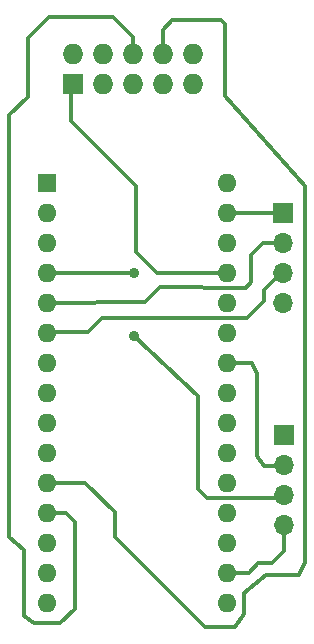
<source format=gbl>
G04 #@! TF.FileFunction,Copper,L2,Bot,Signal*
%FSLAX46Y46*%
G04 Gerber Fmt 4.6, Leading zero omitted, Abs format (unit mm)*
G04 Created by KiCad (PCBNEW 4.0.7) date 10/31/17 13:14:18*
%MOMM*%
%LPD*%
G01*
G04 APERTURE LIST*
%ADD10C,0.150000*%
%ADD11R,1.727200X1.727200*%
%ADD12O,1.727200X1.727200*%
%ADD13R,1.700000X1.700000*%
%ADD14O,1.700000X1.700000*%
%ADD15R,1.600000X1.600000*%
%ADD16O,1.600000X1.600000*%
%ADD17C,0.889000*%
%ADD18C,0.304800*%
G04 APERTURE END LIST*
D10*
D11*
X135700000Y-73300000D03*
D12*
X135700000Y-70760000D03*
X138240000Y-73300000D03*
X138240000Y-70760000D03*
X140780000Y-73300000D03*
X140780000Y-70760000D03*
X143320000Y-73300000D03*
X143320000Y-70760000D03*
X145860000Y-73300000D03*
X145860000Y-70760000D03*
D13*
X153450000Y-84250000D03*
D14*
X153450000Y-86790000D03*
X153450000Y-89330000D03*
X153450000Y-91870000D03*
D13*
X153550000Y-103000000D03*
D14*
X153550000Y-105540000D03*
X153550000Y-108080000D03*
X153550000Y-110620000D03*
D15*
X133500000Y-81650000D03*
D16*
X148740000Y-114670000D03*
X133500000Y-84190000D03*
X148740000Y-112130000D03*
X133500000Y-86730000D03*
X148740000Y-109590000D03*
X133500000Y-89270000D03*
X148740000Y-107050000D03*
X133500000Y-91810000D03*
X148740000Y-104510000D03*
X133500000Y-94350000D03*
X148740000Y-101970000D03*
X133500000Y-96890000D03*
X148740000Y-99430000D03*
X133500000Y-99430000D03*
X148740000Y-96890000D03*
X133500000Y-101970000D03*
X148740000Y-94350000D03*
X133500000Y-104510000D03*
X148740000Y-91810000D03*
X133500000Y-107050000D03*
X148740000Y-89270000D03*
X133500000Y-109590000D03*
X148740000Y-86730000D03*
X133500000Y-112130000D03*
X148740000Y-84190000D03*
X133500000Y-114670000D03*
X148740000Y-81650000D03*
X133500000Y-117210000D03*
X148740000Y-117210000D03*
D17*
X140850000Y-94600000D03*
X140850000Y-89300000D03*
D18*
X133500000Y-89270000D02*
X140820000Y-89270000D01*
X147050000Y-108350000D02*
X153280000Y-108350000D01*
X146250000Y-107550000D02*
X147050000Y-108350000D01*
X146250000Y-99700000D02*
X146250000Y-107550000D01*
X140850000Y-94600000D02*
X146250000Y-99700000D01*
X140820000Y-89270000D02*
X140850000Y-89300000D01*
X153280000Y-108350000D02*
X153550000Y-108080000D01*
X148740000Y-89270000D02*
X142770000Y-89270000D01*
X135550000Y-76450000D02*
X135550000Y-73450000D01*
X141000000Y-81900000D02*
X135550000Y-76450000D01*
X141000000Y-87500000D02*
X141000000Y-81900000D01*
X142770000Y-89270000D02*
X141000000Y-87500000D01*
X135550000Y-73450000D02*
X135700000Y-73300000D01*
X132390185Y-118943072D02*
X134606928Y-118943072D01*
X135850000Y-110350000D02*
X135090000Y-109590000D01*
X135090000Y-109590000D02*
X133500000Y-109590000D01*
X135850000Y-117700000D02*
X135850000Y-110350000D01*
X134606928Y-118943072D02*
X135850000Y-117700000D01*
X132400000Y-118950000D02*
X132390185Y-118943072D01*
X132390185Y-118943072D02*
X131550000Y-118350000D01*
X131550000Y-118350000D02*
X131550000Y-112750000D01*
X131550000Y-112750000D02*
X130300000Y-111650000D01*
X130300000Y-111650000D02*
X130300000Y-75950000D01*
X130300000Y-75950000D02*
X131900000Y-74350000D01*
X131900000Y-74350000D02*
X131900000Y-69400000D01*
X131900000Y-69400000D02*
X133700000Y-67600000D01*
X133700000Y-67600000D02*
X139100000Y-67600000D01*
X139100000Y-67600000D02*
X140780000Y-69280000D01*
X140780000Y-70760000D02*
X140780000Y-69280000D01*
X143320000Y-70760000D02*
X143320000Y-68680000D01*
X136750000Y-107050000D02*
X133500000Y-107050000D01*
X139250000Y-109550000D02*
X136750000Y-107050000D01*
X139250000Y-111650000D02*
X139250000Y-109550000D01*
X146850000Y-119250000D02*
X139250000Y-111650000D01*
X149400000Y-119250000D02*
X146850000Y-119250000D01*
X150150000Y-118150000D02*
X149400000Y-119250000D01*
X150150000Y-116400000D02*
X150150000Y-118150000D01*
X152050000Y-114850000D02*
X150150000Y-116400000D01*
X154850000Y-114850000D02*
X152050000Y-114850000D01*
X155300000Y-113800000D02*
X154850000Y-114850000D01*
X155300000Y-81900000D02*
X155300000Y-113800000D01*
X148600000Y-74300000D02*
X155300000Y-81900000D01*
X148600000Y-68250000D02*
X148600000Y-74300000D01*
X148250000Y-67900000D02*
X148600000Y-68250000D01*
X144100000Y-67900000D02*
X148250000Y-67900000D01*
X143320000Y-68680000D02*
X144100000Y-67900000D01*
X148740000Y-84190000D02*
X153090000Y-84190000D01*
X153090000Y-84190000D02*
X153150000Y-84250000D01*
X153150000Y-86790000D02*
X151810000Y-86790000D01*
X141790000Y-91760000D02*
X133500000Y-91810000D01*
X143100000Y-90500000D02*
X141790000Y-91760000D01*
X150350000Y-90550000D02*
X143100000Y-90500000D01*
X150800000Y-90050000D02*
X150350000Y-90550000D01*
X150800000Y-87800000D02*
X150800000Y-90050000D01*
X151810000Y-86790000D02*
X150800000Y-87800000D01*
X138150000Y-93100000D02*
X137000000Y-94250000D01*
X153370000Y-89230000D02*
X151850000Y-90750000D01*
X151850000Y-90750000D02*
X151850000Y-91700000D01*
X151850000Y-91700000D02*
X150450000Y-93100000D01*
X150450000Y-93100000D02*
X138150000Y-93100000D01*
X153150000Y-89330000D02*
X153370000Y-89230000D01*
X137000000Y-94250000D02*
X133600000Y-94250000D01*
X133600000Y-94250000D02*
X133500000Y-94350000D01*
X153650000Y-105590000D02*
X151890000Y-105590000D01*
X150840000Y-96890000D02*
X148740000Y-96890000D01*
X151250000Y-97800000D02*
X150840000Y-96890000D01*
X151250000Y-104800000D02*
X151250000Y-97800000D01*
X151890000Y-105590000D02*
X151250000Y-104800000D01*
X153550000Y-110620000D02*
X153550000Y-112850000D01*
X150580000Y-114670000D02*
X148640000Y-114670000D01*
X151400000Y-113850000D02*
X150580000Y-114670000D01*
X152550000Y-113850000D02*
X151400000Y-113850000D01*
X153550000Y-112850000D02*
X152550000Y-113850000D01*
M02*

</source>
